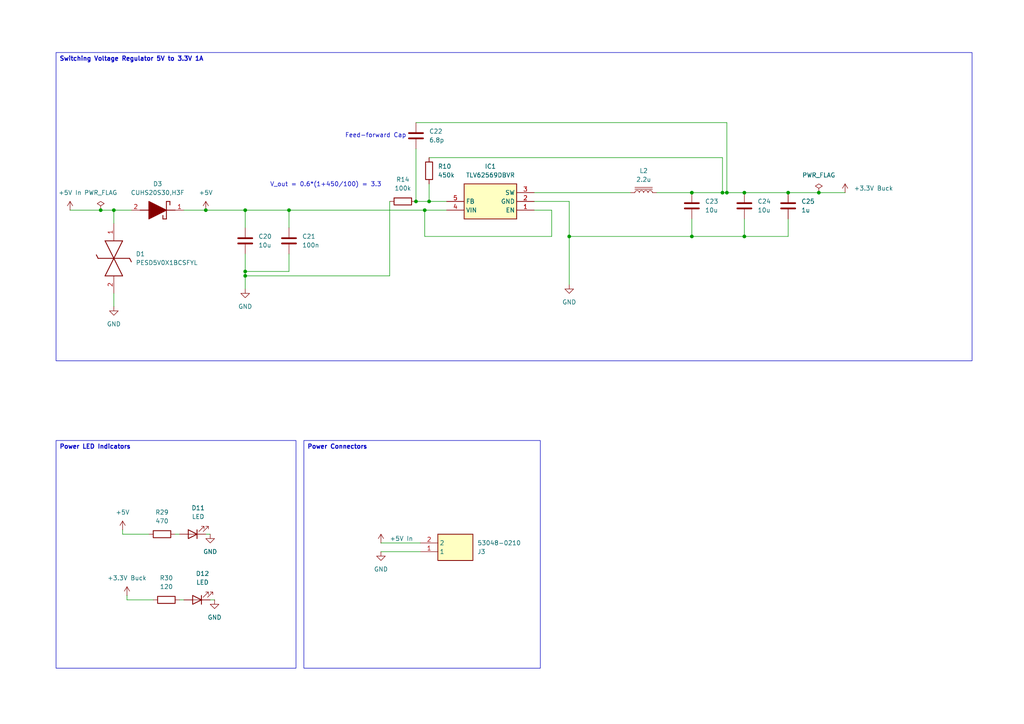
<source format=kicad_sch>
(kicad_sch (version 20250114) (generator "eeschema") (generator_version "9.0")
  (paper "A4")
  (lib_symbols
    (symbol "Device:C" (pin_numbers (hide yes)) (pin_names (offset 0.254))
      (property "Reference" "C" (at 0.635 2.54 0))
      (property "Value" "C" (at 0.635 -2.54 0))
      (symbol "C_0_1"
        (polyline (pts (xy -2.032 0.762) (xy 2.032 0.762)) (stroke (width 0.508)))
        (polyline (pts (xy -2.032 -0.762) (xy 2.032 -0.762)) (stroke (width 0.508)))
      )
      (symbol "C_1_1"
        (pin passive line (at 0 3.81 270) (length 2.794) (name "~") (number "1"))
        (pin passive line (at 0 -3.81 90) (length 2.794) (name "~") (number "2"))
      )
    )
    (symbol "Device:LED" (pin_numbers (hide yes)) (pin_names (offset 1.016) (hide yes))
      (property "Reference" "D" (at 0 2.54 0))
      (property "Value" "LED" (at 0 -2.54 0))
      (symbol "LED_0_1"
        (polyline (pts (xy -3.048 -0.762) (xy -4.572 -2.286) (xy -3.81 -2.286) (xy -4.572 -2.286) (xy -4.572 -1.524)))
        (polyline (pts (xy -1.778 -0.762) (xy -3.302 -2.286) (xy -2.54 -2.286) (xy -3.302 -2.286) (xy -3.302 -1.524)))
        (polyline (pts (xy -1.27 0) (xy 1.27 0)))
        (polyline (pts (xy -1.27 -1.27) (xy -1.27 1.27)) (stroke (width 0.254)))
        (polyline (pts (xy 1.27 -1.27) (xy 1.27 1.27) (xy -1.27 0) (xy 1.27 -1.27)) (stroke (width 0.254)))
      )
      (symbol "LED_1_1"
        (pin passive line (at -3.81 0 0) (length 2.54) (name "K") (number "1"))
        (pin passive line (at 3.81 0 180) (length 2.54) (name "A") (number "2"))
      )
    )
    (symbol "Device:L_Iron" (pin_numbers (hide yes)) (pin_names (offset 1.016) (hide yes))
      (property "Reference" "L" (at -1.27 0 90))
      (property "Value" "L_Iron" (at 2.794 0 90))
      (symbol "L_Iron_0_1"
        (arc (start 0 2.54) (mid 0.6323 1.905) (end 0 1.27))
        (arc (start 0 1.27) (mid 0.6323 0.635) (end 0 0))
        (arc (start 0 0) (mid 0.6323 -0.635) (end 0 -1.27))
        (arc (start 0 -1.27) (mid 0.6323 -1.905) (end 0 -2.54))
        (polyline (pts (xy 1.016 2.54) (xy 1.016 -2.54)))
        (polyline (pts (xy 1.524 -2.54) (xy 1.524 2.54)))
      )
      (symbol "L_Iron_1_1"
        (pin passive line (at 0 3.81 270) (length 1.27) (name "1") (number "1"))
        (pin passive line (at 0 -3.81 90) (length 1.27) (name "2") (number "2"))
      )
    )
    (symbol "Device:R" (pin_numbers (hide yes)) (pin_names (offset 0))
      (property "Reference" "R" (at 2.032 0 90))
      (property "Value" "R" (at 0 0 90))
      (symbol "R_0_1"
        (rectangle (start -1.016 -2.54) (end 1.016 2.54) (stroke (width 0.254)))
      )
      (symbol "R_1_1"
        (pin passive line (at 0 3.81 270) (length 1.27) (name "~") (number "1"))
        (pin passive line (at 0 -3.81 90) (length 1.27) (name "~") (number "2"))
      )
    )
    (symbol "SamacSys_Parts:53048-0210"
      (property "Reference" "J" (at 16.51 7.62 0))
      (property "Value" "53048-0210" (at 16.51 5.08 0))
      (symbol "53048-0210_1_1"
        (rectangle (start 5.08 2.54) (end 15.24 -5.08) (stroke (width 0.254)) (fill (type background)))
        (pin passive line (at 0 0 0) (length 5.08) (name "1") (number "1"))
        (pin passive line (at 0 -2.54 0) (length 5.08) (name "2") (number "2"))
      )
    )
    (symbol "SamacSys_Parts:CUHS20S30,H3F" (pin_names (hide yes))
      (property "Reference" "D" (at 12.7 8.89 0))
      (property "Value" "CUHS20S30,H3F" (at 12.7 6.35 0))
      (symbol "CUHS20S30,H3F_1_1"
        (polyline (pts (xy 5.08 0) (xy 7.62 0)) (stroke (width 0.254)))
        (polyline (pts (xy 6.604 -1.524) (xy 6.604 -2.54)) (stroke (width 0.254)))
        (polyline (pts (xy 7.62 2.54) (xy 7.62 -2.54)) (stroke (width 0.254)))
        (polyline (pts (xy 7.62 2.54) (xy 8.636 2.54)) (stroke (width 0.254)))
        (polyline (pts (xy 7.62 0) (xy 12.7 2.54) (xy 12.7 -2.54) (xy 7.62 0)) (stroke (width 0.254)) (fill (type outline)))
        (polyline (pts (xy 7.62 -2.54) (xy 6.604 -2.54)) (stroke (width 0.254)))
        (polyline (pts (xy 8.636 1.524) (xy 8.636 2.54)) (stroke (width 0.254)))
        (polyline (pts (xy 12.7 0) (xy 15.24 0)) (stroke (width 0.254)))
        (pin passive line (at 2.54 0 0) (length 2.54) (name "K") (number "1"))
        (pin passive line (at 17.78 0 180) (length 2.54) (name "A") (number "2"))
      )
    )
    (symbol "SamacSys_Parts:PESD5V0X1BCSFYL" (pin_names (hide yes))
      (property "Reference" "D" (at 15.24 8.89 0))
      (property "Value" "PESD5V0X1BCSFYL" (at 15.24 6.35 0))
      (symbol "PESD5V0X1BCSFYL_1_1"
        (polyline (pts (xy 5.08 2.54) (xy 5.08 -2.54)) (stroke (width 0.254)))
        (polyline (pts (xy 5.08 2.54) (xy 10.16 0)) (stroke (width 0.254)))
        (polyline (pts (xy 10.16 0) (xy 5.08 -2.54)) (stroke (width 0.254)))
        (polyline (pts (xy 10.16 0) (xy 15.24 -2.54)) (stroke (width 0.254)))
        (polyline (pts (xy 10.16 -4.572) (xy 9.144 -5.08)) (stroke (width 0.254)))
        (polyline (pts (xy 10.16 -4.572) (xy 10.16 4.572)) (stroke (width 0.254)))
        (polyline (pts (xy 11.176 5.08) (xy 10.16 4.572)) (stroke (width 0.254)))
        (polyline (pts (xy 15.24 2.54) (xy 10.16 0)) (stroke (width 0.254)))
        (polyline (pts (xy 15.24 2.54) (xy 15.24 -2.54)) (stroke (width 0.254)))
        (pin passive line (at 0 0 0) (length 5.08) (name "K1") (number "1"))
        (pin passive line (at 20.32 0 180) (length 5.08) (name "K2") (number "2"))
      )
    )
    (symbol "SamacSys_Parts:TLV62569DBVR"
      (property "Reference" "IC" (at 21.59 7.62 0))
      (property "Value" "TLV62569DBVR" (at 21.59 5.08 0))
      (symbol "TLV62569DBVR_1_1"
        (rectangle (start 5.08 2.54) (end 20.32 -7.62) (stroke (width 0.254)) (fill (type background)))
        (pin passive line (at 0 0 0) (length 5.08) (name "EN") (number "1"))
        (pin passive line (at 0 -2.54 0) (length 5.08) (name "GND") (number "2"))
        (pin passive line (at 0 -5.08 0) (length 5.08) (name "SW") (number "3"))
        (pin passive line (at 25.4 0 180) (length 5.08) (name "VIN") (number "4"))
        (pin passive line (at 25.4 -2.54 180) (length 5.08) (name "FB") (number "5"))
      )
    )
    (symbol "power:+12V" (power) (pin_numbers (hide yes)) (pin_names (offset 0) (hide yes))
      (property "Value" "+12V" (at 0 3.556 0))
      (symbol "+12V_0_1"
        (polyline (pts (xy -0.762 1.27) (xy 0 2.54)))
        (polyline (pts (xy 0 2.54) (xy 0.762 1.27)))
        (polyline (pts (xy 0 0) (xy 0 2.54)))
      )
      (symbol "+12V_1_1"
        (pin power_in line (at 0 0 90) (length 0) (name "~") (number "1"))
      )
    )
    (symbol "power:+3.3V" (power) (pin_numbers (hide yes)) (pin_names (offset 0) (hide yes))
      (property "Value" "+3.3V" (at 0 3.556 0))
      (symbol "+3.3V_0_1"
        (polyline (pts (xy -0.762 1.27) (xy 0 2.54)))
        (polyline (pts (xy 0 2.54) (xy 0.762 1.27)))
        (polyline (pts (xy 0 0) (xy 0 2.54)))
      )
      (symbol "+3.3V_1_1"
        (pin power_in line (at 0 0 90) (length 0) (name "~") (number "1"))
      )
    )
    (symbol "power:+5V" (power) (pin_numbers (hide yes)) (pin_names (offset 0) (hide yes))
      (property "Value" "+5V" (at 0 3.556 0))
      (symbol "+5V_0_1"
        (polyline (pts (xy -0.762 1.27) (xy 0 2.54)))
        (polyline (pts (xy 0 2.54) (xy 0.762 1.27)))
        (polyline (pts (xy 0 0) (xy 0 2.54)))
      )
      (symbol "+5V_1_1"
        (pin power_in line (at 0 0 90) (length 0) (name "~") (number "1"))
      )
    )
    (symbol "power:GND" (power) (pin_numbers (hide yes)) (pin_names (offset 0) (hide yes))
      (property "Value" "GND" (at 0 -3.81 0))
      (symbol "GND_0_1"
        (polyline (pts (xy 0 0) (xy 0 -1.27) (xy 1.27 -1.27) (xy 0 -2.54) (xy -1.27 -1.27) (xy 0 -1.27)))
      )
      (symbol "GND_1_1"
        (pin power_in line (at 0 0 270) (length 0) (name "~") (number "1"))
      )
    )
    (symbol "power:PWR_FLAG" (power) (pin_numbers (hide yes)) (pin_names (offset 0) (hide yes))
      (property "Value" "PWR_FLAG" (at 0 3.81 0))
      (symbol "PWR_FLAG_0_0"
        (pin power_out line (at 0 0 90) (length 0) (name "~") (number "1"))
      )
      (symbol "PWR_FLAG_0_1"
        (polyline (pts (xy 0 0) (xy 0 1.27) (xy -1.016 1.905) (xy 0 2.54) (xy 1.016 1.905) (xy 0 1.27)))
      )
    )
  )
  (text "Feed-forward Cap" (at 108.966 39.37 0) (effects (font (size 1.27 1.27))))
  (text "V_out = 0.6*(1+450/100) = 3.3" (at 94.488 53.594 0) (effects (font (size 1.27 1.27))))
  (text_box "Power LED Indicators" (at 16.256 127.762 0) (size 69.596 66.04) (margins 0.9525 0.9525 0.9525 0.9525) (effects (font (size 1.27 1.27) (thickness 0.254) (bold yes)) (justify left top)))
  (text_box "Power Connectors" (at 88.138 127.762 0) (size 68.58 66.04) (margins 0.9525 0.9525 0.9525 0.9525) (effects (font (size 1.27 1.27) (thickness 0.254) (bold yes)) (justify left top)))
  (text_box "Switching Voltage Regulator 5V to 3.3V 1A" (at 16.256 15.24 0) (size 265.684 89.408) (margins 0.9525 0.9525 0.9525 0.9525) (effects (font (size 1.27 1.27) (thickness 0.254) (bold yes)) (justify left top)))
  (junction (at 228.6 55.88))
  (junction (at 165.1 68.58))
  (junction (at 83.82 60.96))
  (junction (at 71.12 80.01))
  (junction (at 123.19 60.96))
  (junction (at 209.55 55.88))
  (junction (at 200.66 55.88))
  (junction (at 215.9 55.88))
  (junction (at 71.12 60.96))
  (junction (at 29.21 60.96))
  (junction (at 215.9 68.58))
  (junction (at 71.12 78.74))
  (junction (at 124.46 58.42))
  (junction (at 59.69 60.96))
  (junction (at 237.49 55.88))
  (junction (at 210.82 55.88))
  (junction (at 33.02 60.96))
  (junction (at 120.65 58.42))
  (junction (at 200.66 68.58))
  (wire (pts (xy 83.82 73.66) (xy 83.82 78.74)))
  (wire (pts (xy 210.82 35.56) (xy 210.82 55.88)))
  (wire (pts (xy 124.46 53.34) (xy 124.46 58.42)))
  (wire (pts (xy 160.02 60.96) (xy 160.02 68.58)))
  (wire (pts (xy 154.94 60.96) (xy 160.02 60.96)))
  (wire (pts (xy 190.5 55.88) (xy 200.66 55.88)))
  (wire (pts (xy 215.9 63.5) (xy 215.9 68.58)))
  (wire (pts (xy 53.34 173.99) (xy 52.07 173.99)))
  (wire (pts (xy 38.1 60.96) (xy 33.02 60.96)))
  (wire (pts (xy 59.69 154.94) (xy 60.96 154.94)))
  (wire (pts (xy 228.6 68.58) (xy 215.9 68.58)))
  (wire (pts (xy 71.12 60.96) (xy 83.82 60.96)))
  (wire (pts (xy 83.82 78.74) (xy 71.12 78.74)))
  (wire (pts (xy 154.94 58.42) (xy 165.1 58.42)))
  (wire (pts (xy 35.56 153.67) (xy 35.56 154.94)))
  (wire (pts (xy 123.19 68.58) (xy 123.19 60.96)))
  (wire (pts (xy 113.03 80.01) (xy 71.12 80.01)))
  (wire (pts (xy 71.12 80.01) (xy 71.12 83.82)))
  (wire (pts (xy 210.82 55.88) (xy 215.9 55.88)))
  (wire (pts (xy 35.56 154.94) (xy 43.18 154.94)))
  (wire (pts (xy 36.83 173.99) (xy 44.45 173.99)))
  (wire (pts (xy 52.07 154.94) (xy 50.8 154.94)))
  (wire (pts (xy 237.49 55.88) (xy 245.11 55.88)))
  (wire (pts (xy 33.02 85.09) (xy 33.02 88.9)))
  (wire (pts (xy 165.1 58.42) (xy 165.1 68.58)))
  (wire (pts (xy 36.83 172.72) (xy 36.83 173.99)))
  (wire (pts (xy 165.1 68.58) (xy 200.66 68.58)))
  (wire (pts (xy 209.55 45.72) (xy 209.55 55.88)))
  (wire (pts (xy 129.54 58.42) (xy 124.46 58.42)))
  (wire (pts (xy 120.65 35.56) (xy 210.82 35.56)))
  (wire (pts (xy 110.49 157.48) (xy 121.92 157.48)))
  (wire (pts (xy 124.46 45.72) (xy 209.55 45.72)))
  (wire (pts (xy 160.02 68.58) (xy 123.19 68.58)))
  (wire (pts (xy 33.02 60.96) (xy 33.02 64.77)))
  (wire (pts (xy 29.21 60.96) (xy 33.02 60.96)))
  (wire (pts (xy 120.65 43.18) (xy 120.65 58.42)))
  (wire (pts (xy 124.46 58.42) (xy 120.65 58.42)))
  (wire (pts (xy 113.03 58.42) (xy 113.03 80.01)))
  (wire (pts (xy 53.34 60.96) (xy 59.69 60.96)))
  (wire (pts (xy 209.55 55.88) (xy 210.82 55.88)))
  (wire (pts (xy 123.19 60.96) (xy 129.54 60.96)))
  (wire (pts (xy 228.6 63.5) (xy 228.6 68.58)))
  (wire (pts (xy 83.82 60.96) (xy 123.19 60.96)))
  (wire (pts (xy 110.49 160.02) (xy 121.92 160.02)))
  (wire (pts (xy 215.9 55.88) (xy 228.6 55.88)))
  (wire (pts (xy 83.82 60.96) (xy 83.82 66.04)))
  (wire (pts (xy 200.66 63.5) (xy 200.66 68.58)))
  (wire (pts (xy 165.1 68.58) (xy 165.1 82.55)))
  (wire (pts (xy 60.96 173.99) (xy 62.23 173.99)))
  (wire (pts (xy 71.12 78.74) (xy 71.12 80.01)))
  (wire (pts (xy 228.6 55.88) (xy 237.49 55.88)))
  (wire (pts (xy 71.12 73.66) (xy 71.12 78.74)))
  (wire (pts (xy 71.12 60.96) (xy 71.12 66.04)))
  (wire (pts (xy 154.94 55.88) (xy 182.88 55.88)))
  (wire (pts (xy 59.69 60.96) (xy 71.12 60.96)))
  (wire (pts (xy 209.55 55.88) (xy 200.66 55.88)))
  (wire (pts (xy 20.32 60.96) (xy 29.21 60.96)))
  (wire (pts (xy 215.9 68.58) (xy 200.66 68.58)))
  (symbol (lib_id "power:+12V") (at 110.49 157.48 0) (unit 1)
    (property "Reference" "#PWR070" (effects (hide yes)))
    (property "Value" "+5V In" (at 113.03 156.2099 0) (effects (justify left)))
    (property "Description" "Power symbol creates a global label with name \"+12V\"" (effects (hide yes)))
  )
  (symbol (lib_id "power:+5V") (at 20.32 60.96 0) (unit 1)
    (property "Reference" "#PWR025" (effects (hide yes)))
    (property "Value" "+5V In" (at 20.32 55.88 0))
    (property "Description" "Power symbol creates a global label with name \"+5V\"" (effects (hide yes)))
  )
  (symbol (lib_id "power:GND") (at 33.02 88.9 0) (unit 1)
    (property "Reference" "#PWR029" (effects (hide yes)))
    (property "Value" "GND" (at 33.02 93.98 0))
    (property "Description" "Power symbol creates a global label with name \"GND\" , ground" (effects (hide yes)))
  )
  (symbol (lib_id "Device:C") (at 83.82 69.85 0) (unit 1)
    (property "Reference" "C21" (at 87.63 68.5799 0) (effects (justify left)))
    (property "Value" "100n" (at 87.63 71.1199 0) (effects (justify left)))
    (property "Footprint" "Capacitor_SMD:C_0603_1608Metric_Pad1.08x0.95mm_HandSolder" (effects (hide yes)))
    (property "Description" "Unpolarized capacitor" (effects (hide yes)))
  )
  (symbol (lib_id "power:GND") (at 62.23 173.99 0) (unit 1)
    (property "Reference" "#PWR069" (effects (hide yes)))
    (property "Value" "GND" (at 62.23 179.07 0))
    (property "Description" "Power symbol creates a global label with name \"GND\" , ground" (effects (hide yes)))
  )
  (symbol (lib_id "Device:R") (at 124.46 49.53 180) (unit 1)
    (property "Reference" "R10" (at 127 48.2599 0) (effects (justify right)))
    (property "Value" "450k" (at 127 50.7999 0) (effects (justify right)))
    (property "Footprint" "Resistor_SMD:R_0805_2012Metric_Pad1.20x1.40mm_HandSolder" (effects (hide yes)))
    (property "Description" "Resistor" (effects (hide yes)))
  )
  (symbol (lib_id "SamacSys_Parts:CUHS20S30,H3F") (at 55.88 60.96 180) (unit 1)
    (property "Reference" "D3" (at 45.72 53.34 0))
    (property "Value" "CUHS20S30,H3F" (at 45.72 55.88 0))
    (property "Footprint" "SamacSys_Parts:CUHS20S40H3F" (effects (hide yes)))
    (property "Datasheet" "https://toshiba.semicon-storage.com/info/docget.jsp?did=63606&prodName=CUHS20S30" (effects (hide yes)))
    (property "Description" "Schottky Diodes & Rectifiers Sml-Signal Schottky 2A 30V 390pF" (effects (hide yes)))
    (property "Mouser Part Number" "757-CUHS20S30H3F" (effects (hide yes)))
    (property "Mouser Price/Stock" "https://www.mouser.co.uk/ProductDetail/Toshiba/CUHS20S30H3F?qs=PqoDHHvF64%252BnIC9Qnnw9zg%3D%3D" (effects (hide yes)))
    (property "Manufacturer_Name" "Toshiba" (effects (hide yes)))
    (property "Manufacturer_Part_Number" "CUHS20S30,H3F" (effects (hide yes)))
  )
  (symbol (lib_id "Device:C") (at 120.65 39.37 180) (unit 1)
    (property "Reference" "C22" (at 124.46 38.0999 0) (effects (justify right)))
    (property "Value" "6.8p" (at 124.46 40.6399 0) (effects (justify right)))
    (property "Footprint" "Capacitor_SMD:C_0805_2012Metric_Pad1.18x1.45mm_HandSolder" (effects (hide yes)))
    (property "Description" "Unpolarized capacitor" (effects (hide yes)))
  )
  (symbol (lib_id "power:PWR_FLAG") (at 29.21 60.96 0) (unit 1)
    (property "Reference" "#FLG06" (effects (hide yes)))
    (property "Value" "PWR_FLAG" (at 29.21 55.88 0))
    (property "Description" "Special symbol for telling ERC where power comes from" (effects (hide yes)))
  )
  (symbol (lib_id "Device:C") (at 228.6 59.69 0) (unit 1)
    (property "Reference" "C25" (at 232.41 58.4199 0) (effects (justify left)))
    (property "Value" "1u" (at 232.41 60.9599 0) (effects (justify left)))
    (property "Footprint" "Capacitor_SMD:C_0805_2012Metric_Pad1.18x1.45mm_HandSolder" (effects (hide yes)))
    (property "Description" "Unpolarized capacitor" (effects (hide yes)))
  )
  (symbol (lib_id "Device:R") (at 116.84 58.42 90) (unit 1)
    (property "Reference" "R14" (at 116.84 52.07 90))
    (property "Value" "100k" (at 116.84 54.61 90))
    (property "Footprint" "Resistor_SMD:R_0805_2012Metric_Pad1.20x1.40mm_HandSolder" (effects (hide yes)))
    (property "Description" "Resistor" (effects (hide yes)))
  )
  (symbol (lib_id "Device:LED") (at 55.88 154.94 180) (unit 1)
    (property "Reference" "D11" (at 57.4675 147.32 0))
    (property "Value" "LED" (at 57.4675 149.86 0))
    (property "Footprint" "LED_SMD:LED_0805_2012Metric_Pad1.15x1.40mm_HandSolder" (effects (hide yes)))
    (property "Description" "Light emitting diode" (effects (hide yes)))
    (property "Sim.Pins" "1=K 2=A" (effects (hide yes)))
  )
  (symbol (lib_id "power:+3.3V") (at 36.83 172.72 0) (unit 1)
    (property "Reference" "#PWR066" (effects (hide yes)))
    (property "Value" "+3.3V Buck" (at 36.83 167.64 0))
    (property "Description" "Power symbol creates a global label with name \"+3.3V\"" (effects (hide yes)))
  )
  (symbol (lib_id "Device:L_Iron") (at 186.69 55.88 90) (unit 1)
    (property "Reference" "L2" (at 186.69 49.53 90))
    (property "Value" "2.2u" (at 186.69 52.07 90))
    (property "Footprint" "SamacSys_Parts:LQM2HPZ3R3MJ0B" (effects (hide yes)))
    (property "Description" "Inductor with iron core" (effects (hide yes)))
  )
  (symbol (lib_id "power:GND") (at 71.12 83.82 0) (unit 1)
    (property "Reference" "#PWR026" (effects (hide yes)))
    (property "Value" "GND" (at 71.12 88.9 0))
    (property "Description" "Power symbol creates a global label with name \"GND\" , ground" (effects (hide yes)))
  )
  (symbol (lib_id "power:+3.3V") (at 35.56 153.67 0) (unit 1)
    (property "Reference" "#PWR065" (effects (hide yes)))
    (property "Value" "+5V" (at 35.56 148.59 0))
    (property "Description" "Power symbol creates a global label with name \"+3.3V\"" (effects (hide yes)))
  )
  (symbol (lib_id "Device:C") (at 200.66 59.69 0) (unit 1)
    (property "Reference" "C23" (at 204.47 58.4199 0) (effects (justify left)))
    (property "Value" "10u" (at 204.47 60.9599 0) (effects (justify left)))
    (property "Footprint" "Capacitor_SMD:C_0805_2012Metric_Pad1.18x1.45mm_HandSolder" (effects (hide yes)))
    (property "Description" "Unpolarized capacitor" (effects (hide yes)))
  )
  (symbol (lib_id "Device:C") (at 71.12 69.85 180) (unit 1)
    (property "Reference" "C20" (at 74.93 68.5799 0) (effects (justify right)))
    (property "Value" "10u" (at 74.93 71.1199 0) (effects (justify right)))
    (property "Footprint" "Capacitor_SMD:C_0805_2012Metric_Pad1.18x1.45mm_HandSolder" (effects (hide yes)))
    (property "Description" "Unpolarized capacitor" (effects (hide yes)))
  )
  (symbol (lib_id "SamacSys_Parts:53048-0210") (at 121.92 160.02 0) (mirror x) (unit 1)
    (property "Reference" "J3" (at 138.43 160.0201 0) (effects (justify left)))
    (property "Value" "53048-0210" (at 138.43 157.4801 0) (effects (justify left)))
    (property "Footprint" "SamacSys_Parts:SHDRRA2W35P0X125_1X2_425X550X350P" (effects (hide yes)))
    (property "Datasheet" "https://www.molex.com/pdm_docs/sd/530481010_sd.pdf" (effects (hide yes)))
    (property "Description" "2 way through board PCB 90deg header Molex PICOBLADE Series, Series Number 53048, 1.25mm Pitch 2 Way 1 Row Right Angle PCB Header, Solder Termination, 1A" (effects (hide yes)))
    (property "Height" "3.5" (effects (hide yes)))
    (property "Mouser Part Number" "538-53048-0210" (effects (hide yes)))
    (property "Mouser Price/Stock" "https://www.mouser.co.uk/ProductDetail/Molex/53048-0210?qs=o4r9IV%252BgZWMoVY43HmKPkg%3D%3D" (effects (hide yes)))
    (property "Manufacturer_Name" "Molex" (effects (hide yes)))
    (property "Manufacturer_Part_Number" "53048-0210" (effects (hide yes)))
  )
  (symbol (lib_id "SamacSys_Parts:TLV62569DBVR") (at 154.94 60.96 180) (unit 1)
    (property "Reference" "IC1" (at 142.24 48.26 0))
    (property "Value" "TLV62569DBVR" (at 142.24 50.8 0))
    (property "Footprint" "SamacSys_Parts:SOT95P280X145-5N" (effects (hide yes)))
    (property "Datasheet" "http://www.ti.com/lit/gpn/tlv62569" (effects (hide yes)))
    (property "Description" "2.5V-5.5V input, 2-A high efficiency step-down buck converter in SOT23 and SOT563 package" (effects (hide yes)))
    (property "Height" "1.45" (effects (hide yes)))
    (property "Mouser Part Number" "595-TLV62569DBVR" (effects (hide yes)))
    (property "Mouser Price/Stock" "https://www.mouser.co.uk/ProductDetail/Texas-Instruments/TLV62569DBVR?qs=0C8XhJW8e4oaylc%252BzBrCmA%3D%3D" (effects (hide yes)))
    (property "Manufacturer_Name" "Texas Instruments" (effects (hide yes)))
    (property "Manufacturer_Part_Number" "TLV62569DBVR" (effects (hide yes)))
  )
  (symbol (lib_id "Device:R") (at 48.26 173.99 90) (unit 1)
    (property "Reference" "R30" (at 48.26 167.64 90))
    (property "Value" "120" (at 48.26 170.18 90))
    (property "Footprint" "Resistor_SMD:R_0603_1608Metric_Pad0.98x0.95mm_HandSolder" (effects (hide yes)))
    (property "Description" "Resistor" (effects (hide yes)))
  )
  (symbol (lib_id "power:+3.3V") (at 245.11 55.88 0) (unit 1)
    (property "Reference" "#PWR039" (effects (hide yes)))
    (property "Value" "+3.3V Buck" (at 247.65 54.6099 0) (effects (justify left)))
    (property "Description" "Power symbol creates a global label with name \"+3.3V\"" (effects (hide yes)))
  )
  (symbol (lib_id "Device:LED") (at 57.15 173.99 180) (unit 1)
    (property "Reference" "D12" (at 58.7375 166.37 0))
    (property "Value" "LED" (at 58.7375 168.91 0))
    (property "Footprint" "LED_SMD:LED_0805_2012Metric_Pad1.15x1.40mm_HandSolder" (effects (hide yes)))
    (property "Description" "Light emitting diode" (effects (hide yes)))
    (property "Sim.Pins" "1=K 2=A" (effects (hide yes)))
  )
  (symbol (lib_id "Device:C") (at 215.9 59.69 0) (unit 1)
    (property "Reference" "C24" (at 219.71 58.4199 0) (effects (justify left)))
    (property "Value" "10u" (at 219.71 60.9599 0) (effects (justify left)))
    (property "Footprint" "Capacitor_SMD:C_0805_2012Metric_Pad1.18x1.45mm_HandSolder" (effects (hide yes)))
    (property "Description" "Unpolarized capacitor" (effects (hide yes)))
  )
  (symbol (lib_id "power:GND") (at 110.49 160.02 0) (unit 1)
    (property "Reference" "#PWR071" (effects (hide yes)))
    (property "Value" "GND" (at 110.49 165.1 0))
    (property "Description" "Power symbol creates a global label with name \"GND\" , ground" (effects (hide yes)))
  )
  (symbol (lib_id "power:+5V") (at 59.69 60.96 0) (unit 1)
    (property "Reference" "#PWR031" (effects (hide yes)))
    (property "Value" "+5V" (at 59.69 55.88 0))
    (property "Description" "Power symbol creates a global label with name \"+5V\"" (effects (hide yes)))
  )
  (symbol (lib_id "SamacSys_Parts:PESD5V0X1BCSFYL") (at 33.02 64.77 270) (unit 1)
    (property "Reference" "D1" (at 39.37 73.6599 90) (effects (justify left)))
    (property "Value" "PESD5V0X1BCSFYL" (at 39.37 76.1999 90) (effects (justify left)))
    (property "Footprint" "SamacSys_Parts:PMEG3005AESFYL" (effects (hide yes)))
    (property "Datasheet" "https://assets.nexperia.com/documents/data-sheet/PESD5V0X1BCSF.pdf" (effects (hide yes)))
    (property "Description" "PESD5V0X1BCSF - Ultra low capacitance bidirectional ESD protection diode" (effects (hide yes)))
    (property "Mouser Part Number" "771-PESD5V0X1BCSFYL" (effects (hide yes)))
    (property "Mouser Price/Stock" "https://www.mouser.co.uk/ProductDetail/Nexperia/PESD5V0X1BCSFYL?qs=bel5lzaZNxSGTsNvXlzlFg%3D%3D" (effects (hide yes)))
    (property "Manufacturer_Name" "Nexperia" (effects (hide yes)))
    (property "Manufacturer_Part_Number" "PESD5V0X1BCSFYL" (effects (hide yes)))
  )
  (symbol (lib_id "power:GND") (at 60.96 154.94 0) (unit 1)
    (property "Reference" "#PWR068" (effects (hide yes)))
    (property "Value" "GND" (at 60.96 160.02 0))
    (property "Description" "Power symbol creates a global label with name \"GND\" , ground" (effects (hide yes)))
  )
  (symbol (lib_id "Device:R") (at 46.99 154.94 90) (unit 1)
    (property "Reference" "R29" (at 46.99 148.59 90))
    (property "Value" "470" (at 46.99 151.13 90))
    (property "Footprint" "Resistor_SMD:R_0603_1608Metric_Pad0.98x0.95mm_HandSolder" (effects (hide yes)))
    (property "Description" "Resistor" (effects (hide yes)))
  )
  (symbol (lib_id "power:PWR_FLAG") (at 237.49 55.88 0) (unit 1)
    (property "Reference" "#FLG08" (effects (hide yes)))
    (property "Value" "PWR_FLAG" (at 237.49 50.8 0))
    (property "Description" "Special symbol for telling ERC where power comes from" (effects (hide yes)))
  )
  (symbol (lib_id "power:GND") (at 165.1 82.55 0) (unit 1)
    (property "Reference" "#PWR027" (effects (hide yes)))
    (property "Value" "GND" (at 165.1 87.63 0))
    (property "Description" "Power symbol creates a global label with name \"GND\" , ground" (effects (hide yes)))
  )
)
</source>
